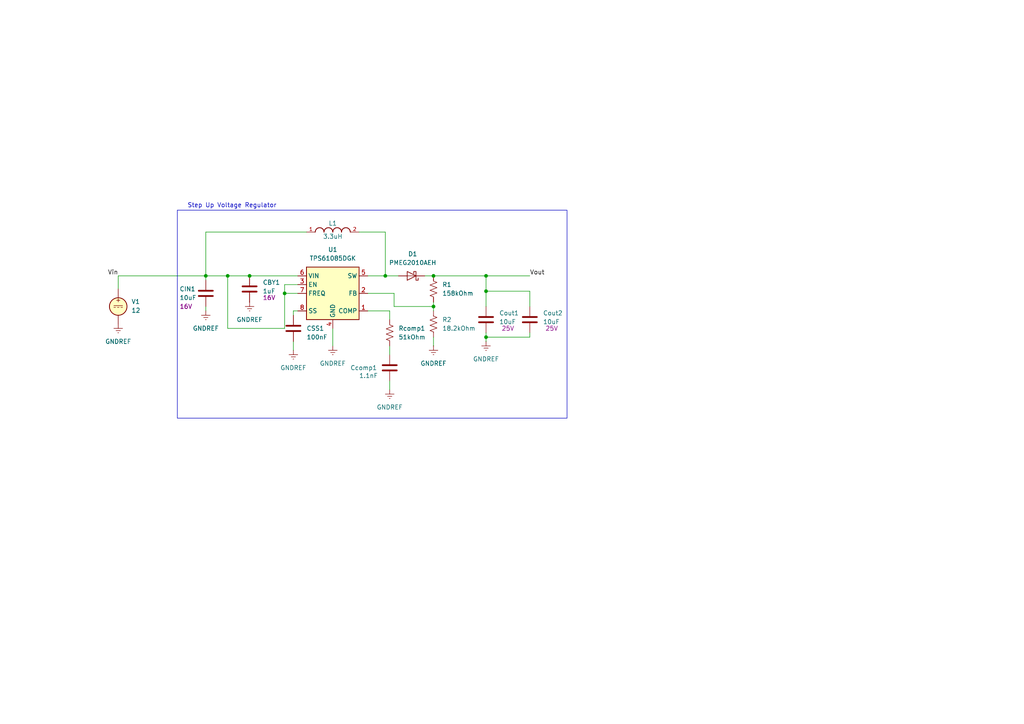
<source format=kicad_sch>
(kicad_sch (version 20231120) (generator "eeschema") (generator_version "8.0")
  (paper "A4")
  (lib_symbols
    (symbol "DFE252010F-3R3M_P2:DFE252010F-3R3M=P2" (pin_names (offset 1.016))
      (property "Reference" "L" (at -7.62 5.08 0))
      (property "Value" "DFE252010F-3R3M=P2" (at -7.62 2.54 0))
      (symbol "DFE252010F-3R3M=P2_0_0"
        (arc (start -2.54 0) (mid -3.81 1.2645) (end -5.08 0) (stroke (width 0.254)))
        (arc (start 0 0) (mid -1.27 1.2645) (end -2.54 0) (stroke (width 0.254)))
        (arc (start 2.54 0) (mid 1.27 1.2645) (end 0 0) (stroke (width 0.254)))
        (arc (start 5.08 0) (mid 3.81 1.2645) (end 2.54 0) (stroke (width 0.254)))
        (pin passive line (at -7.62 0 0) (length 2.54) (name "~") (number "1"))
        (pin passive line (at 7.62 0 180) (length 2.54) (name "~") (number "2"))
      )
    )
    (symbol "Device:C" (pin_numbers hide) (pin_names (offset 0.254))
      (property "Reference" "C" (at 0.635 2.54 0))
      (property "Value" "C" (at 0.635 -2.54 0))
      (symbol "C_0_1"
        (polyline (pts (xy -2.032 -0.762) (xy 2.032 -0.762)) (stroke (width 0.508)))
        (polyline (pts (xy -2.032 0.762) (xy 2.032 0.762)) (stroke (width 0.508)))
      )
      (symbol "C_1_1"
        (pin passive line (at 0 3.81 270) (length 2.794) (name "~") (number "1"))
        (pin passive line (at 0 -3.81 90) (length 2.794) (name "~") (number "2"))
      )
    )
    (symbol "Device:R_US" (pin_numbers hide) (pin_names (offset 0))
      (property "Reference" "R" (at 2.54 0 90))
      (property "Value" "R_US" (at -2.54 0 90))
      (symbol "R_US_0_1"
        (polyline (pts (xy 0 -2.286) (xy 0 -2.54)))
        (polyline (pts (xy 0 2.286) (xy 0 2.54)))
        (polyline (pts (xy 0 -0.762) (xy 1.016 -1.143) (xy 0 -1.524) (xy -1.016 -1.905) (xy 0 -2.286)))
        (polyline (pts (xy 0 0.762) (xy 1.016 0.381) (xy 0 0) (xy -1.016 -0.381) (xy 0 -0.762)))
        (polyline (pts (xy 0 2.286) (xy 1.016 1.905) (xy 0 1.524) (xy -1.016 1.143) (xy 0 0.762)))
      )
      (symbol "R_US_1_1"
        (pin passive line (at 0 3.81 270) (length 1.27) (name "~") (number "1"))
        (pin passive line (at 0 -3.81 90) (length 1.27) (name "~") (number "2"))
      )
    )
    (symbol "Diode:PMEG2010AEH" (pin_numbers hide) (pin_names hide)
      (property "Reference" "D" (at 0 2.54 0))
      (property "Value" "PMEG2010AEH" (at 0 -2.54 0))
      (symbol "PMEG2010AEH_0_1"
        (polyline (pts (xy 1.27 0) (xy -1.27 0)))
        (polyline (pts (xy 1.27 1.27) (xy 1.27 -1.27) (xy -1.27 0) (xy 1.27 1.27)) (stroke (width 0.2032)))
        (polyline (pts (xy -1.905 0.635) (xy -1.905 1.27) (xy -1.27 1.27) (xy -1.27 -1.27) (xy -0.635 -1.27) (xy -0.635 -0.635)) (stroke (width 0.2032)))
      )
      (symbol "PMEG2010AEH_1_1"
        (pin passive line (at -3.81 0 0) (length 2.54) (name "K") (number "1"))
        (pin passive line (at 3.81 0 180) (length 2.54) (name "A") (number "2"))
      )
    )
    (symbol "Regulator_Switching:TPS61085DGK"
      (property "Reference" "U" (at -7.62 10.16 0))
      (property "Value" "TPS61085DGK" (at 1.27 8.89 0))
      (symbol "TPS61085DGK_0_1"
        (rectangle (start -7.62 7.62) (end 7.62 -7.62) (stroke (width 0.254)) (fill (type background)))
      )
      (symbol "TPS61085DGK_1_1"
        (pin passive line (at 10.16 -5.08 180) (length 2.54) (name "COMP") (number "1"))
        (pin input line (at 10.16 0 180) (length 2.54) (name "FB") (number "2"))
        (pin input line (at -10.16 2.54 0) (length 2.54) (name "EN") (number "3"))
        (pin power_in line (at 0 -10.16 90) (length 2.54) (name "GND") (number "4"))
        (pin power_out line (at 10.16 5.08 180) (length 2.54) (name "SW") (number "5"))
        (pin power_in line (at -10.16 5.08 0) (length 2.54) (name "VIN") (number "6"))
        (pin input line (at -10.16 0 0) (length 2.54) (name "FREQ") (number "7"))
        (pin passive line (at -10.16 -5.08 0) (length 2.54) (name "SS") (number "8"))
      )
    )
    (symbol "Simulation_SPICE:VDC" (pin_numbers hide) (pin_names (offset 0.0254))
      (property "Reference" "V" (at 2.54 2.54 0))
      (property "Value" "1" (at 2.54 0 0))
      (symbol "VDC_0_0"
        (polyline (pts (xy -1.27 0.254) (xy 1.27 0.254)))
        (polyline (pts (xy -0.762 -0.254) (xy -1.27 -0.254)))
        (polyline (pts (xy 0.254 -0.254) (xy -0.254 -0.254)))
        (polyline (pts (xy 1.27 -0.254) (xy 0.762 -0.254)))
        (text "+" (at 0 1.905 0) (effects (font (size 1.27 1.27))))
      )
      (symbol "VDC_0_1"
        (circle (center 0 0) (radius 2.54) (stroke (width 0.254)) (fill (type background)))
      )
      (symbol "VDC_1_1"
        (pin passive line (at 0 5.08 270) (length 2.54) (name "~") (number "1"))
        (pin passive line (at 0 -5.08 90) (length 2.54) (name "~") (number "2"))
      )
    )
    (symbol "power:GNDREF" (power) (pin_numbers hide) (pin_names (offset 0) hide)
      (property "Value" "GNDREF" (at 0 -3.81 0))
      (symbol "GNDREF_0_1"
        (polyline (pts (xy -0.635 -1.905) (xy 0.635 -1.905)))
        (polyline (pts (xy -0.127 -2.54) (xy 0.127 -2.54)))
        (polyline (pts (xy 0 -1.27) (xy 0 0)))
        (polyline (pts (xy 1.27 -1.27) (xy -1.27 -1.27)))
      )
      (symbol "GNDREF_1_1"
        (pin power_in line (at 0 0 270) (length 0) (name "~") (number "1"))
      )
    )
  )
  (junction (at 125.73 88.9))
  (junction (at 111.76 80.01))
  (junction (at 82.55 85.09))
  (junction (at 140.97 97.79))
  (junction (at 140.97 84.455))
  (junction (at 66.04 80.01))
  (junction (at 59.69 80.01))
  (junction (at 72.39 80.01))
  (junction (at 125.73 80.01))
  (junction (at 140.97 80.01))
  (wire (pts (xy 106.68 90.17) (xy 113.03 90.17)))
  (wire (pts (xy 140.97 97.79) (xy 140.97 99.06)))
  (wire (pts (xy 140.97 84.455) (xy 140.97 80.01)))
  (wire (pts (xy 66.04 80.01) (xy 66.04 95.25)))
  (wire (pts (xy 125.73 97.79) (xy 125.73 100.33)))
  (wire (pts (xy 106.68 80.01) (xy 111.76 80.01)))
  (wire (pts (xy 140.97 80.01) (xy 153.67 80.01)))
  (wire (pts (xy 82.55 85.09) (xy 82.55 82.55)))
  (wire (pts (xy 59.69 67.31) (xy 59.69 80.01)))
  (wire (pts (xy 59.69 81.28) (xy 59.69 80.01)))
  (wire (pts (xy 59.69 88.9) (xy 59.69 90.17)))
  (wire (pts (xy 113.03 100.33) (xy 113.03 102.87)))
  (wire (pts (xy 82.55 85.09) (xy 86.36 85.09)))
  (wire (pts (xy 34.29 83.82) (xy 34.29 80.01)))
  (wire (pts (xy 114.3 85.09) (xy 106.68 85.09)))
  (wire (pts (xy 82.55 95.25) (xy 82.55 85.09)))
  (wire (pts (xy 111.76 80.01) (xy 115.57 80.01)))
  (wire (pts (xy 34.29 80.01) (xy 59.69 80.01)))
  (wire (pts (xy 123.19 80.01) (xy 125.73 80.01)))
  (wire (pts (xy 153.67 96.52) (xy 153.67 97.79)))
  (wire (pts (xy 104.14 67.31) (xy 111.76 67.31)))
  (wire (pts (xy 140.97 97.79) (xy 153.67 97.79)))
  (wire (pts (xy 153.67 88.9) (xy 153.67 84.455)))
  (wire (pts (xy 96.52 95.25) (xy 96.52 100.33)))
  (wire (pts (xy 82.55 82.55) (xy 86.36 82.55)))
  (wire (pts (xy 86.36 90.17) (xy 85.09 90.17)))
  (wire (pts (xy 153.67 84.455) (xy 140.97 84.455)))
  (wire (pts (xy 125.73 87.63) (xy 125.73 88.9)))
  (wire (pts (xy 72.39 80.01) (xy 86.36 80.01)))
  (wire (pts (xy 85.09 90.17) (xy 85.09 91.44)))
  (wire (pts (xy 66.04 95.25) (xy 82.55 95.25)))
  (wire (pts (xy 85.09 99.06) (xy 85.09 101.6)))
  (wire (pts (xy 59.69 67.31) (xy 88.9 67.31)))
  (wire (pts (xy 113.03 110.49) (xy 113.03 113.03)))
  (wire (pts (xy 111.76 67.31) (xy 111.76 80.01)))
  (wire (pts (xy 140.97 88.9) (xy 140.97 84.455)))
  (wire (pts (xy 125.73 88.9) (xy 114.3 88.9)))
  (wire (pts (xy 125.73 88.9) (xy 125.73 90.17)))
  (wire (pts (xy 114.3 88.9) (xy 114.3 85.09)))
  (wire (pts (xy 59.69 80.01) (xy 66.04 80.01)))
  (wire (pts (xy 140.97 96.52) (xy 140.97 97.79)))
  (wire (pts (xy 66.04 80.01) (xy 72.39 80.01)))
  (wire (pts (xy 125.73 80.01) (xy 140.97 80.01)))
  (wire (pts (xy 113.03 90.17) (xy 113.03 92.71)))
  (rectangle (start 51.435 60.96) (end 164.465 121.285))
  (text "Step Up Voltage Regulator\n" (at 67.31 59.69 0) (effects (font (size 1.27 1.27))))
  (label "Vout" (at 153.67 80.01 0))
  (label "Vin" (at 34.29 80.01 180))
  (symbol (lib_id "power:GNDREF") (at 125.73 100.33 0) (unit 1)
    (property "Reference" "#PWR06" (effects (hide yes)))
    (property "Value" "GNDREF" (at 125.73 105.41 0))
    (property "Description" "Power symbol creates a global label with name \"GNDREF\" , reference supply ground" (effects (hide yes)))
  )
  (symbol (lib_id "power:GNDREF") (at 85.09 101.6 0) (unit 1)
    (property "Reference" "#PWR03" (effects (hide yes)))
    (property "Value" "GNDREF" (at 85.09 106.68 0))
    (property "Description" "Power symbol creates a global label with name \"GNDREF\" , reference supply ground" (effects (hide yes)))
  )
  (symbol (lib_id "power:GNDREF") (at 113.03 113.03 0) (unit 1)
    (property "Reference" "#PWR05" (effects (hide yes)))
    (property "Value" "GNDREF" (at 113.03 118.11 0))
    (property "Description" "Power symbol creates a global label with name \"GNDREF\" , reference supply ground" (effects (hide yes)))
  )
  (symbol (lib_id "power:GNDREF") (at 59.69 90.17 0) (unit 1)
    (property "Reference" "#PWR01" (effects (hide yes)))
    (property "Value" "GNDREF" (at 59.69 95.25 0))
    (property "Description" "Power symbol creates a global label with name \"GNDREF\" , reference supply ground" (effects (hide yes)))
  )
  (symbol (lib_id "Device:C") (at 113.03 106.68 0) (unit 1)
    (property "Reference" "Ccomp1" (at 101.6 106.68 0) (effects (justify left)))
    (property "Value" "1.1nF" (at 104.14 108.966 0) (effects (justify left)))
    (property "Footprint" "Capacitor_THT:C_Disc_D5.1mm_W3.2mm_P5.00mm" (effects (hide yes)))
    (property "Description" "Unpolarized capacitor" (effects (hide yes)))
  )
  (symbol (lib_id "Device:R_US") (at 125.73 83.82 0) (unit 1)
    (property "Reference" "R1" (at 128.27 82.5499 0) (effects (justify left)))
    (property "Value" "158kOhm" (at 128.27 85.0899 0) (effects (justify left)))
    (property "Footprint" "Resistor_SMD:R_0805_2012Metric_Pad1.20x1.40mm_HandSolder" (effects (hide yes)))
    (property "Description" "Resistor, US symbol" (effects (hide yes)))
  )
  (symbol (lib_id "Device:C") (at 59.69 85.09 0) (unit 1)
    (property "Reference" "CIN1" (at 52.07 83.82 0) (effects (justify left)))
    (property "Value" "10uF" (at 52.07 86.36 0) (effects (justify left)))
    (property "Footprint" "Capacitor_THT:C_Radial_D4.0mm_H7.0mm_P1.50mm" (effects (hide yes)))
    (property "Description" "Unpolarized capacitor" (effects (hide yes)))
    (property "Custom Field" "16V" (at 52.07 88.9 0) (effects (justify left)))
  )
  (symbol (lib_id "Device:C") (at 85.09 95.25 0) (unit 1)
    (property "Reference" "CSS1" (at 88.9 95.25 0) (effects (justify left)))
    (property "Value" "100nF" (at 88.9 97.79 0) (effects (justify left)))
    (property "Footprint" "Capacitor_THT:C_Radial_D4.0mm_H7.0mm_P1.50mm" (effects (hide yes)))
    (property "Description" "Unpolarized capacitor" (effects (hide yes)))
  )
  (symbol (lib_id "DFE252010F-3R3M_P2:DFE252010F-3R3M=P2") (at 96.52 67.31 0) (unit 1)
    (property "Reference" "L1" (at 96.52 64.77 0))
    (property "Value" "3.3uH" (at 96.52 68.58 0))
    (property "Footprint" "3.3uH:IND_BOURNS_RLB9012" (effects (hide yes)))
    (property "Description" "Inductor" (effects (hide yes)))
    (property "MF" "Murata" (effects (hide yes)))
    (property "Description_1" "\n                        \n                            Inductor with Inductance: 3.3uH Tol. +/-20%, Package: 1008 (2520)\n                        \n" (effects (hide yes)))
    (property "Package" "2520 Murata" (effects (hide yes)))
    (property "Price" "None" (effects (hide yes)))
    (property "SnapEDA_Link" "https://www.snapeda.com/parts/DFE252010F-3R3M=P2/Murata/view-part/?ref=snap" (effects (hide yes)))
    (property "MP" "DFE252010F-3R3M=P2" (effects (hide yes)))
    (property "Availability" "In Stock" (effects (hide yes)))
    (property "Check_prices" "https://www.snapeda.com/parts/DFE252010F-3R3M=P2/Murata/view-part/?ref=eda" (effects (hide yes)))
  )
  (symbol (lib_id "Device:C") (at 153.67 92.71 0) (unit 1)
    (property "Reference" "Cout2" (at 157.48 90.8049 0) (effects (justify left)))
    (property "Value" "10uF" (at 157.48 93.3449 0) (effects (justify left)))
    (property "Footprint" "Capacitor_THT:C_Radial_D4.0mm_H7.0mm_P1.50mm" (effects (hide yes)))
    (property "Description" "Unpolarized capacitor" (effects (hide yes)))
    (property "Custom Field" "25V" (at 160.02 95.25 0))
  )
  (symbol (lib_id "power:GNDREF") (at 34.29 93.98 0) (unit 1)
    (property "Reference" "#PWR08" (effects (hide yes)))
    (property "Value" "GNDREF" (at 34.29 99.06 0))
    (property "Description" "Power symbol creates a global label with name \"GNDREF\" , reference supply ground" (effects (hide yes)))
  )
  (symbol (lib_id "Diode:PMEG2010AEH") (at 119.38 80.01 180) (unit 1)
    (property "Reference" "D1" (at 119.6975 73.66 0))
    (property "Value" "PMEG2010AEH" (at 119.6975 76.2 0))
    (property "Footprint" "Diode_SMD:D_SOD-123F" (effects (hide yes)))
    (property "Datasheet" "https://assets.nexperia.com/documents/data-sheet/PMEG2010AEH_PMEG2010AET.pdf" (effects (hide yes)))
    (property "Description" "20V, 1A very low Vf MEGA Schottky barrier rectifier, SOD-123F" (effects (hide yes)))
  )
  (symbol (lib_id "power:GNDREF") (at 96.52 100.33 0) (unit 1)
    (property "Reference" "#PWR04" (effects (hide yes)))
    (property "Value" "GNDREF" (at 96.52 105.41 0))
    (property "Description" "Power symbol creates a global label with name \"GNDREF\" , reference supply ground" (effects (hide yes)))
  )
  (symbol (lib_id "power:GNDREF") (at 140.97 99.06 0) (unit 1)
    (property "Reference" "#PWR07" (effects (hide yes)))
    (property "Value" "GNDREF" (at 140.97 104.14 0))
    (property "Description" "Power symbol creates a global label with name \"GNDREF\" , reference supply ground" (effects (hide yes)))
  )
  (symbol (lib_id "power:GNDREF") (at 72.39 87.63 0) (unit 1)
    (property "Reference" "#PWR02" (effects (hide yes)))
    (property "Value" "GNDREF" (at 72.39 92.71 0))
    (property "Description" "Power symbol creates a global label with name \"GNDREF\" , reference supply ground" (effects (hide yes)))
  )
  (symbol (lib_id "Device:C") (at 72.39 83.82 0) (unit 1)
    (property "Reference" "CBY1" (at 76.2 81.9149 0) (effects (justify left)))
    (property "Value" "1uF" (at 76.2 84.4549 0) (effects (justify left)))
    (property "Footprint" "Capacitor_THT:C_Radial_D5.0mm_H11.0mm_P2.00mm" (effects (hide yes)))
    (property "Description" "Unpolarized capacitor" (effects (hide yes)))
    (property "Custom Field" "16V" (at 76.2 86.36 0) (effects (justify left)))
  )
  (symbol (lib_id "Device:R_US") (at 125.73 93.98 0) (unit 1)
    (property "Reference" "R2" (at 128.27 92.7099 0) (effects (justify left)))
    (property "Value" "18.2kOhm" (at 128.27 95.2499 0) (effects (justify left)))
    (property "Footprint" "Resistor_SMD:R_0805_2012Metric_Pad1.20x1.40mm_HandSolder" (effects (hide yes)))
    (property "Description" "Resistor, US symbol" (effects (hide yes)))
  )
  (symbol (lib_id "Device:C") (at 140.97 92.71 0) (unit 1)
    (property "Reference" "Cout1" (at 144.78 90.8049 0) (effects (justify left)))
    (property "Value" "10uF" (at 144.78 93.3449 0) (effects (justify left)))
    (property "Footprint" "Capacitor_THT:C_Radial_D4.0mm_H7.0mm_P1.50mm" (effects (hide yes)))
    (property "Description" "Unpolarized capacitor" (effects (hide yes)))
    (property "Custom Field" "25V" (at 147.32 95.25 0))
  )
  (symbol (lib_id "Device:R_US") (at 113.03 96.52 0) (unit 1)
    (property "Reference" "Rcomp1" (at 115.57 95.2499 0) (effects (justify left)))
    (property "Value" "51kOhm" (at 115.57 97.7899 0) (effects (justify left)))
    (property "Footprint" "Resistor_SMD:R_0805_2012Metric_Pad1.20x1.40mm_HandSolder" (effects (hide yes)))
    (property "Description" "Resistor, US symbol" (effects (hide yes)))
  )
  (symbol (lib_id "Regulator_Switching:TPS61085DGK") (at 96.52 85.09 0) (unit 1)
    (property "Reference" "U1" (at 96.52 72.39 0))
    (property "Value" "TPS61085DGK" (at 96.52 74.93 0))
    (property "Footprint" "Package_SO:VSSOP-8_3x3mm_P0.65mm" (effects (hide yes)))
    (property "Datasheet" "https://www.ti.com/lit/ds/symlink/tps61085.pdf" (effects (hide yes)))
    (property "Description" "Step-Up DC-DC Converter, input 2.3V to 6V , output 2.8V to 18.5, VSSOP-8" (effects (hide yes)))
    (property "Sim.Library" "E:\\KiCAD\\Spice Models\\slim133b\\SLIM133A\\TPS61085_PSPICE_TRANS\\tps61085.lib" (effects (hide yes)))
    (property "Sim.Name" "TPS61085" (effects (hide yes)))
    (property "Sim.Device" "SUBCKT" (effects (hide yes)))
    (property "Sim.Pins" "1=EN 2=FB 3=IN 4=SS 5=PGND 6=SW 7=COMP 8=FREQ" (effects (hide yes)))
  )
  (symbol (lib_id "Simulation_SPICE:VDC") (at 34.29 88.9 0) (unit 1)
    (property "Reference" "V1" (at 38.1 87.5001 0) (effects (justify left)))
    (property "Value" "12" (at 38.1 90.0401 0) (effects (justify left)))
    (property "Datasheet" "https://ngspice.sourceforge.io/docs/ngspice-html-manual/manual.xhtml#sec_Independent_Sources_for" (effects (hide yes)))
    (property "Description" "Voltage source, DC" (effects (hide yes)))
    (property "Sim.Pins" "1=+ 2=-" (effects (hide yes)))
    (property "Sim.Type" "DC" (effects (hide yes)))
    (property "Sim.Device" "V" (effects (hide yes)))
  )
)
</source>
